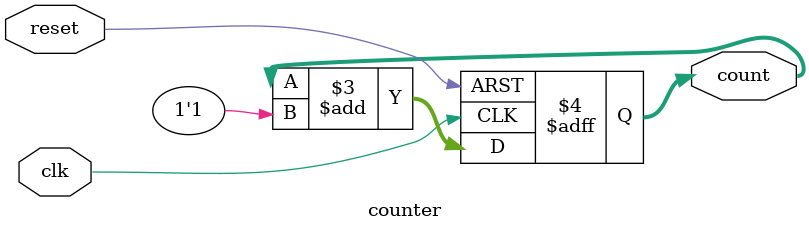
<source format=sv>
module counter #(parameter n=10)
	 (input logic clk,
	  input logic reset,
	  output logic [n-1:0] count);
	  
	  always @(posedge clk, negedge reset)begin
	  if(~reset)begin
		count <= 0;
	  end
	  else begin
		count <= count+1'b1;
	  end
	 end
endmodule

</source>
